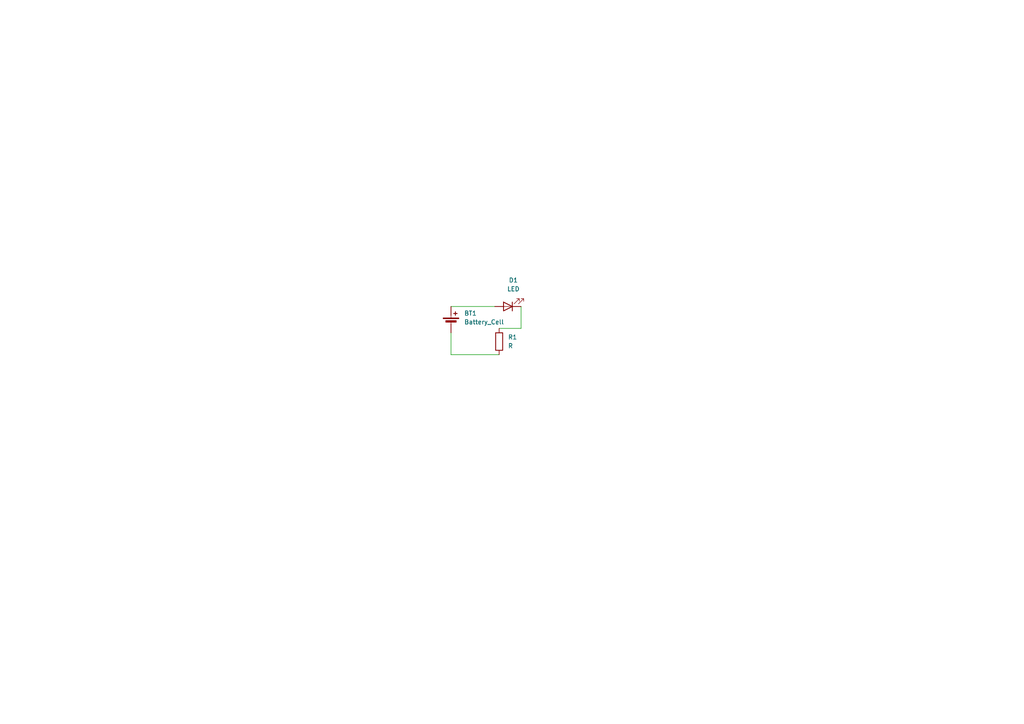
<source format=kicad_sch>
(kicad_sch (version 20231120) (generator "eeschema") (generator_version "8.0")
  (paper "A4")
  (title_block (title "LED Demo") (date "2025-01-28") (rev "1.0") (company "Formula Slug"))
  (lib_symbols
    (symbol "Device:Battery_Cell" (pin_numbers hide) (pin_names (offset 0) hide)
      (property "Reference" "BT" (at 2.54 2.54 0))
      (property "Value" "Battery_Cell" (at 2.54 0 0))
      (symbol "Battery_Cell_0_1"
        (rectangle (start -2.286 1.778) (end 2.286 1.524) (fill (type outline)))
        (rectangle (start -1.524 1.016) (end 1.524 0.508) (fill (type outline)))
        (polyline (pts (xy 0 0.762) (xy 0 0)))
        (polyline (pts (xy 0 1.778) (xy 0 2.54)))
        (polyline (pts (xy 0.762 3.048) (xy 1.778 3.048)) (stroke (width 0.254)))
        (polyline (pts (xy 1.27 3.556) (xy 1.27 2.54)) (stroke (width 0.254)))
      )
      (symbol "Battery_Cell_1_1"
        (pin passive line (at 0 5.08 270) (length 2.54) (name "+") (number "1"))
        (pin passive line (at 0 -2.54 90) (length 2.54) (name "-") (number "2"))
      )
    )
    (symbol "Device:LED" (pin_numbers hide) (pin_names (offset 1.016) hide)
      (property "Reference" "D" (at 0 2.54 0))
      (property "Value" "LED" (at 0 -2.54 0))
      (symbol "LED_0_1"
        (polyline (pts (xy -1.27 -1.27) (xy -1.27 1.27)) (stroke (width 0.254)))
        (polyline (pts (xy -1.27 0) (xy 1.27 0)))
        (polyline (pts (xy 1.27 -1.27) (xy 1.27 1.27) (xy -1.27 0) (xy 1.27 -1.27)) (stroke (width 0.254)))
        (polyline (pts (xy -3.048 -0.762) (xy -4.572 -2.286) (xy -3.81 -2.286) (xy -4.572 -2.286) (xy -4.572 -1.524)))
        (polyline (pts (xy -1.778 -0.762) (xy -3.302 -2.286) (xy -2.54 -2.286) (xy -3.302 -2.286) (xy -3.302 -1.524)))
      )
      (symbol "LED_1_1"
        (pin passive line (at -3.81 0 0) (length 2.54) (name "K") (number "1"))
        (pin passive line (at 3.81 0 180) (length 2.54) (name "A") (number "2"))
      )
    )
    (symbol "Device:R" (pin_numbers hide) (pin_names (offset 0))
      (property "Reference" "R" (at 2.032 0 90))
      (property "Value" "R" (at 0 0 90))
      (symbol "R_0_1"
        (rectangle (start -1.016 -2.54) (end 1.016 2.54) (stroke (width 0.254)))
      )
      (symbol "R_1_1"
        (pin passive line (at 0 3.81 270) (length 1.27) (name "~") (number "1"))
        (pin passive line (at 0 -3.81 90) (length 1.27) (name "~") (number "2"))
      )
    )
  )
  (wire (pts (xy 151.13 88.9) (xy 151.13 95.25)))
  (wire (pts (xy 130.81 88.9) (xy 143.51 88.9)))
  (wire (pts (xy 130.81 102.87) (xy 130.81 96.52)))
  (wire (pts (xy 144.78 102.87) (xy 130.81 102.87)))
  (wire (pts (xy 144.78 95.25) (xy 151.13 95.25)))
  (symbol (lib_id "Device:R") (at 144.78 99.06 0) (unit 1)
    (property "Reference" "R1" (at 147.32 97.7899 0) (effects (justify left)))
    (property "Value" "R" (at 147.32 100.3299 0) (effects (justify left)))
    (property "Footprint" "Resistor_SMD:R_0805_2012Metric_Pad1.20x1.40mm_HandSolder" (effects (hide yes)))
    (property "Description" "Resistor" (effects (hide yes)))
  )
  (symbol (lib_id "Device:Battery_Cell") (at 130.81 93.98 0) (unit 1)
    (property "Reference" "BT1" (at 134.62 90.8684 0) (effects (justify left)))
    (property "Value" "Battery_Cell" (at 134.62 93.4084 0) (effects (justify left)))
    (property "Footprint" "FS_3_Global_Footprint_Library:MS621FE-FL11E_SEC" (effects (hide yes)))
    (property "Description" "Single-cell battery" (effects (hide yes)))
  )
  (symbol (lib_id "Device:LED") (at 147.32 88.9 180) (unit 1)
    (property "Reference" "D1" (at 148.9075 81.28 0))
    (property "Value" "LED" (at 148.9075 83.82 0))
    (property "Footprint" "LED_SMD:LED_0805_2012Metric_Pad1.15x1.40mm_HandSolder" (effects (hide yes)))
    (property "Description" "Light emitting diode" (effects (hide yes)))
  )
)
</source>
